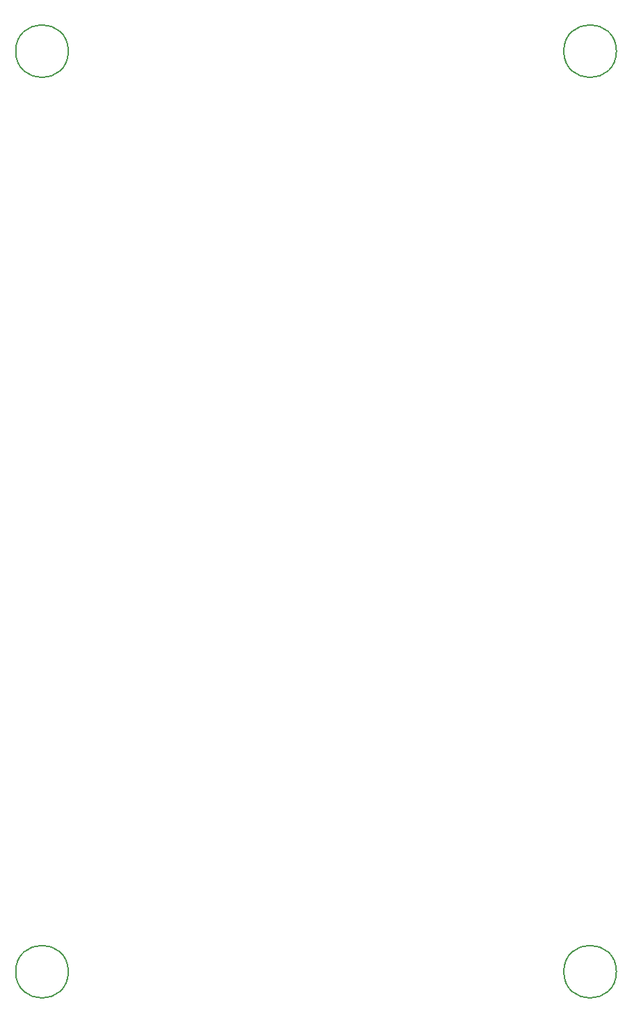
<source format=gbr>
%TF.GenerationSoftware,KiCad,Pcbnew,(6.0.4)*%
%TF.CreationDate,2022-08-26T16:16:49-04:00*%
%TF.ProjectId,Prototype Numpad,50726f74-6f74-4797-9065-204e756d7061,rev?*%
%TF.SameCoordinates,Original*%
%TF.FileFunction,Other,Comment*%
%FSLAX46Y46*%
G04 Gerber Fmt 4.6, Leading zero omitted, Abs format (unit mm)*
G04 Created by KiCad (PCBNEW (6.0.4)) date 2022-08-26 16:16:49*
%MOMM*%
%LPD*%
G01*
G04 APERTURE LIST*
%ADD10C,0.150000*%
G04 APERTURE END LIST*
D10*
%TO.C,H4*%
X260375000Y-147637500D02*
G75*
G03*
X260375000Y-147637500I-3200000J0D01*
G01*
%TO.C,H3*%
X327050000Y-147637500D02*
G75*
G03*
X327050000Y-147637500I-3200000J0D01*
G01*
%TO.C,H1*%
X260375000Y-259556250D02*
G75*
G03*
X260375000Y-259556250I-3200000J0D01*
G01*
%TO.C,H2*%
X327050000Y-259556250D02*
G75*
G03*
X327050000Y-259556250I-3200000J0D01*
G01*
%TD*%
M02*

</source>
